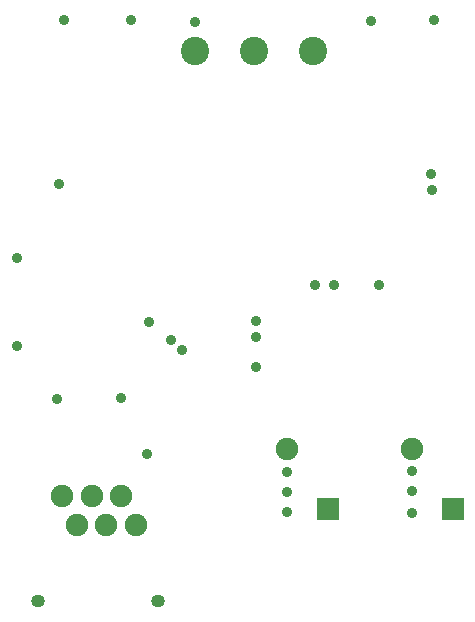
<source format=gbs>
%FSLAX44Y44*%
%MOMM*%
G71*
G01*
G75*
G04 Layer_Color=16711935*
%ADD10R,0.6000X0.9000*%
%ADD11R,0.9000X0.6000*%
%ADD12R,1.3000X0.7000*%
%ADD13R,1.6800X1.5200*%
%ADD14O,0.3000X1.5000*%
%ADD15R,0.3000X1.5000*%
%ADD16R,1.5000X0.3000*%
%ADD17R,2.0000X1.2000*%
%ADD18R,5.6000X5.6000*%
%ADD19R,5.5000X2.0000*%
%ADD20C,1.0000*%
%ADD21C,0.2000*%
%ADD22C,1.5000*%
%ADD23O,0.7500X0.7000*%
%ADD24R,1.5000X1.5000*%
%ADD25C,2.0000*%
%ADD26C,0.7000*%
%ADD27R,0.2000X1.4000*%
%ADD28R,0.2000X1.4000*%
%ADD29R,1.0000X1.3000*%
%ADD30R,1.3000X1.0000*%
%ADD31R,1.7000X1.1000*%
%ADD32R,2.0800X1.9200*%
%ADD33O,0.7000X1.9000*%
%ADD34R,0.7000X1.9000*%
%ADD35R,1.9000X0.7000*%
%ADD36R,2.4000X1.6000*%
%ADD37R,6.0000X6.0000*%
%ADD38R,5.9000X2.4000*%
%ADD39C,1.9000*%
%ADD40O,1.1500X1.1000*%
%ADD41R,1.9000X1.9000*%
%ADD42C,2.4000*%
%ADD43C,0.9032*%
D39*
X53500Y115000D02*
D03*
X91000Y90000D02*
D03*
X103500Y115000D02*
D03*
X66000Y90000D02*
D03*
X116000D02*
D03*
X78500Y115000D02*
D03*
X349500Y154000D02*
D03*
X243500D02*
D03*
D40*
X135000Y26000D02*
D03*
X33000D02*
D03*
D41*
X384500Y104000D02*
D03*
X278500D02*
D03*
D42*
X166000Y491000D02*
D03*
X266000D02*
D03*
X216000D02*
D03*
D43*
X366000Y387000D02*
D03*
X218000Y249000D02*
D03*
Y263000D02*
D03*
Y224000D02*
D03*
X268000Y293000D02*
D03*
X322000D02*
D03*
X284000D02*
D03*
X15000Y242000D02*
D03*
X51000Y378601D02*
D03*
X15000Y316000D02*
D03*
X55000Y518000D02*
D03*
X112000D02*
D03*
X368000D02*
D03*
X315000Y517000D02*
D03*
X166000Y516000D02*
D03*
X146000Y247000D02*
D03*
X155000Y238000D02*
D03*
X367000Y374000D02*
D03*
X49000Y197000D02*
D03*
X243500Y135000D02*
D03*
X244000Y118000D02*
D03*
Y101000D02*
D03*
X349500Y100000D02*
D03*
Y119000D02*
D03*
Y136000D02*
D03*
X103500Y197500D02*
D03*
X127000Y262000D02*
D03*
X125000Y150000D02*
D03*
M02*

</source>
